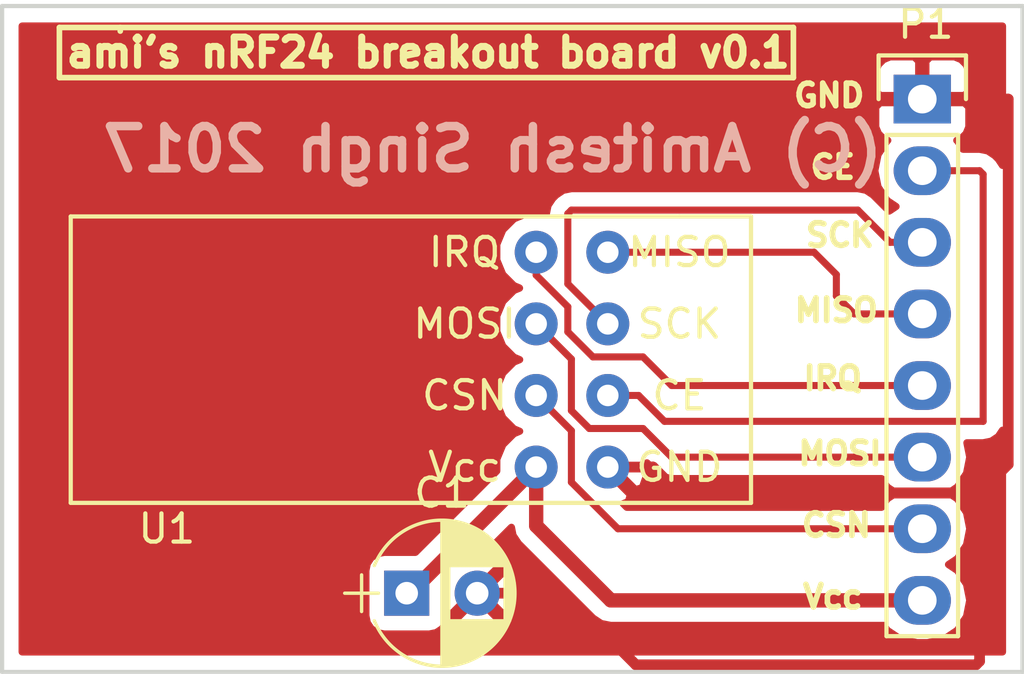
<source format=kicad_pcb>
(kicad_pcb (version 20160815) (host pcbnew "(2017-01-24 revision 0b6147e)-makepkg")

  (general
    (links 10)
    (no_connects 0)
    (area 122.225999 70.6705 160.048334 95.277001)
    (thickness 1.6)
    (drawings 20)
    (tracks 52)
    (zones 0)
    (modules 3)
    (nets 9)
  )

  (page A4)
  (title_block
    (title "nRF24 breakout")
    (date 2017-01-26)
    (rev 0.01)
    (company "Amitesh Singh")
    (comment 1 "breakout pcb")
  )

  (layers
    (0 F.Cu signal)
    (31 B.Cu signal)
    (32 B.Adhes user)
    (33 F.Adhes user)
    (34 B.Paste user)
    (35 F.Paste user)
    (36 B.SilkS user)
    (37 F.SilkS user)
    (38 B.Mask user)
    (39 F.Mask user)
    (40 Dwgs.User user)
    (41 Cmts.User user)
    (42 Eco1.User user)
    (43 Eco2.User user)
    (44 Edge.Cuts user)
    (45 Margin user)
    (46 B.CrtYd user)
    (47 F.CrtYd user)
    (48 B.Fab user)
    (49 F.Fab user)
  )

  (setup
    (last_trace_width 0.25)
    (user_trace_width 0.1524)
    (user_trace_width 0.254)
    (user_trace_width 0.381)
    (user_trace_width 0.508)
    (user_trace_width 0.8128)
    (trace_clearance 0.2)
    (zone_clearance 0.508)
    (zone_45_only no)
    (trace_min 0.1524)
    (segment_width 0.2)
    (edge_width 0.15)
    (via_size 0.8)
    (via_drill 0.4)
    (via_min_size 0.4)
    (via_min_drill 0.3)
    (user_via 0.4826 0.3302)
    (user_via 0.5 0.4)
    (user_via 1.905 0.3)
    (uvia_size 0.3)
    (uvia_drill 0.1)
    (uvias_allowed yes)
    (uvia_min_size 0.2)
    (uvia_min_drill 0.1)
    (pcb_text_width 0.3)
    (pcb_text_size 1.5 1.5)
    (mod_edge_width 0.15)
    (mod_text_size 1 1)
    (mod_text_width 0.15)
    (pad_size 1.524 1.524)
    (pad_drill 0.762)
    (pad_to_mask_clearance 0.2)
    (aux_axis_origin 0 0)
    (visible_elements 7FFFFFFF)
    (pcbplotparams
      (layerselection 0x010f0_ffffffff)
      (usegerberextensions true)
      (excludeedgelayer true)
      (linewidth 0.100000)
      (plotframeref false)
      (viasonmask false)
      (mode 1)
      (useauxorigin false)
      (hpglpennumber 1)
      (hpglpenspeed 20)
      (hpglpendiameter 15)
      (psnegative false)
      (psa4output false)
      (plotreference true)
      (plotvalue true)
      (plotinvisibletext false)
      (padsonsilk false)
      (subtractmaskfromsilk false)
      (outputformat 1)
      (mirror false)
      (drillshape 0)
      (scaleselection 1)
      (outputdirectory gerbers/))
  )

  (net 0 "")
  (net 1 "Net-(P1-Pad7)")
  (net 2 "Net-(P1-Pad6)")
  (net 3 "Net-(P1-Pad5)")
  (net 4 "Net-(P1-Pad4)")
  (net 5 "Net-(P1-Pad3)")
  (net 6 "Net-(P1-Pad2)")
  (net 7 "Net-(C1-Pad2)")
  (net 8 "Net-(C1-Pad1)")

  (net_class Default "This is the default net class."
    (clearance 0.2)
    (trace_width 0.25)
    (via_dia 0.8)
    (via_drill 0.4)
    (uvia_dia 0.3)
    (uvia_drill 0.1)
    (add_net "Net-(C1-Pad1)")
    (add_net "Net-(C1-Pad2)")
    (add_net "Net-(P1-Pad2)")
    (add_net "Net-(P1-Pad3)")
    (add_net "Net-(P1-Pad4)")
    (add_net "Net-(P1-Pad5)")
    (add_net "Net-(P1-Pad6)")
    (add_net "Net-(P1-Pad7)")
  )

  (module Capacitors_ThroughHole:CP_Radial_D5.0mm_P2.50mm (layer F.Cu) (tedit 5889A7B9) (tstamp 5889A3ED)
    (at 136.652 92.202)
    (descr "CP, Radial series, Radial, pin pitch=2.50mm, , diameter=5mm, Electrolytic Capacitor")
    (tags "CP Radial series Radial pin pitch 2.50mm  diameter 5mm Electrolytic Capacitor")
    (path /5889A11D)
    (fp_text reference C1 (at 1.25 -3.56) (layer F.SilkS)
      (effects (font (size 1 1) (thickness 0.15)))
    )
    (fp_text value 10uF (at -2.032 -2.54) (layer F.Fab)
      (effects (font (size 1 1) (thickness 0.15)))
    )
    (fp_arc (start 1.25 0) (end -1.147436 -0.98) (angle 135.5) (layer F.SilkS) (width 0.12))
    (fp_arc (start 1.25 0) (end -1.147436 0.98) (angle -135.5) (layer F.SilkS) (width 0.12))
    (fp_arc (start 1.25 0) (end 3.647436 -0.98) (angle 44.5) (layer F.SilkS) (width 0.12))
    (fp_circle (center 1.25 0) (end 3.75 0) (layer F.Fab) (width 0.1))
    (fp_line (start -2.2 0) (end -1 0) (layer F.Fab) (width 0.1))
    (fp_line (start -1.6 -0.65) (end -1.6 0.65) (layer F.Fab) (width 0.1))
    (fp_line (start 1.25 -2.55) (end 1.25 2.55) (layer F.SilkS) (width 0.12))
    (fp_line (start 1.29 -2.55) (end 1.29 2.55) (layer F.SilkS) (width 0.12))
    (fp_line (start 1.33 -2.549) (end 1.33 2.549) (layer F.SilkS) (width 0.12))
    (fp_line (start 1.37 -2.548) (end 1.37 2.548) (layer F.SilkS) (width 0.12))
    (fp_line (start 1.41 -2.546) (end 1.41 2.546) (layer F.SilkS) (width 0.12))
    (fp_line (start 1.45 -2.543) (end 1.45 2.543) (layer F.SilkS) (width 0.12))
    (fp_line (start 1.49 -2.539) (end 1.49 2.539) (layer F.SilkS) (width 0.12))
    (fp_line (start 1.53 -2.535) (end 1.53 -0.98) (layer F.SilkS) (width 0.12))
    (fp_line (start 1.53 0.98) (end 1.53 2.535) (layer F.SilkS) (width 0.12))
    (fp_line (start 1.57 -2.531) (end 1.57 -0.98) (layer F.SilkS) (width 0.12))
    (fp_line (start 1.57 0.98) (end 1.57 2.531) (layer F.SilkS) (width 0.12))
    (fp_line (start 1.61 -2.525) (end 1.61 -0.98) (layer F.SilkS) (width 0.12))
    (fp_line (start 1.61 0.98) (end 1.61 2.525) (layer F.SilkS) (width 0.12))
    (fp_line (start 1.65 -2.519) (end 1.65 -0.98) (layer F.SilkS) (width 0.12))
    (fp_line (start 1.65 0.98) (end 1.65 2.519) (layer F.SilkS) (width 0.12))
    (fp_line (start 1.69 -2.513) (end 1.69 -0.98) (layer F.SilkS) (width 0.12))
    (fp_line (start 1.69 0.98) (end 1.69 2.513) (layer F.SilkS) (width 0.12))
    (fp_line (start 1.73 -2.506) (end 1.73 -0.98) (layer F.SilkS) (width 0.12))
    (fp_line (start 1.73 0.98) (end 1.73 2.506) (layer F.SilkS) (width 0.12))
    (fp_line (start 1.77 -2.498) (end 1.77 -0.98) (layer F.SilkS) (width 0.12))
    (fp_line (start 1.77 0.98) (end 1.77 2.498) (layer F.SilkS) (width 0.12))
    (fp_line (start 1.81 -2.489) (end 1.81 -0.98) (layer F.SilkS) (width 0.12))
    (fp_line (start 1.81 0.98) (end 1.81 2.489) (layer F.SilkS) (width 0.12))
    (fp_line (start 1.85 -2.48) (end 1.85 -0.98) (layer F.SilkS) (width 0.12))
    (fp_line (start 1.85 0.98) (end 1.85 2.48) (layer F.SilkS) (width 0.12))
    (fp_line (start 1.89 -2.47) (end 1.89 -0.98) (layer F.SilkS) (width 0.12))
    (fp_line (start 1.89 0.98) (end 1.89 2.47) (layer F.SilkS) (width 0.12))
    (fp_line (start 1.93 -2.46) (end 1.93 -0.98) (layer F.SilkS) (width 0.12))
    (fp_line (start 1.93 0.98) (end 1.93 2.46) (layer F.SilkS) (width 0.12))
    (fp_line (start 1.971 -2.448) (end 1.971 -0.98) (layer F.SilkS) (width 0.12))
    (fp_line (start 1.971 0.98) (end 1.971 2.448) (layer F.SilkS) (width 0.12))
    (fp_line (start 2.011 -2.436) (end 2.011 -0.98) (layer F.SilkS) (width 0.12))
    (fp_line (start 2.011 0.98) (end 2.011 2.436) (layer F.SilkS) (width 0.12))
    (fp_line (start 2.051 -2.424) (end 2.051 -0.98) (layer F.SilkS) (width 0.12))
    (fp_line (start 2.051 0.98) (end 2.051 2.424) (layer F.SilkS) (width 0.12))
    (fp_line (start 2.091 -2.41) (end 2.091 -0.98) (layer F.SilkS) (width 0.12))
    (fp_line (start 2.091 0.98) (end 2.091 2.41) (layer F.SilkS) (width 0.12))
    (fp_line (start 2.131 -2.396) (end 2.131 -0.98) (layer F.SilkS) (width 0.12))
    (fp_line (start 2.131 0.98) (end 2.131 2.396) (layer F.SilkS) (width 0.12))
    (fp_line (start 2.171 -2.382) (end 2.171 -0.98) (layer F.SilkS) (width 0.12))
    (fp_line (start 2.171 0.98) (end 2.171 2.382) (layer F.SilkS) (width 0.12))
    (fp_line (start 2.211 -2.366) (end 2.211 -0.98) (layer F.SilkS) (width 0.12))
    (fp_line (start 2.211 0.98) (end 2.211 2.366) (layer F.SilkS) (width 0.12))
    (fp_line (start 2.251 -2.35) (end 2.251 -0.98) (layer F.SilkS) (width 0.12))
    (fp_line (start 2.251 0.98) (end 2.251 2.35) (layer F.SilkS) (width 0.12))
    (fp_line (start 2.291 -2.333) (end 2.291 -0.98) (layer F.SilkS) (width 0.12))
    (fp_line (start 2.291 0.98) (end 2.291 2.333) (layer F.SilkS) (width 0.12))
    (fp_line (start 2.331 -2.315) (end 2.331 -0.98) (layer F.SilkS) (width 0.12))
    (fp_line (start 2.331 0.98) (end 2.331 2.315) (layer F.SilkS) (width 0.12))
    (fp_line (start 2.371 -2.296) (end 2.371 -0.98) (layer F.SilkS) (width 0.12))
    (fp_line (start 2.371 0.98) (end 2.371 2.296) (layer F.SilkS) (width 0.12))
    (fp_line (start 2.411 -2.276) (end 2.411 -0.98) (layer F.SilkS) (width 0.12))
    (fp_line (start 2.411 0.98) (end 2.411 2.276) (layer F.SilkS) (width 0.12))
    (fp_line (start 2.451 -2.256) (end 2.451 -0.98) (layer F.SilkS) (width 0.12))
    (fp_line (start 2.451 0.98) (end 2.451 2.256) (layer F.SilkS) (width 0.12))
    (fp_line (start 2.491 -2.234) (end 2.491 -0.98) (layer F.SilkS) (width 0.12))
    (fp_line (start 2.491 0.98) (end 2.491 2.234) (layer F.SilkS) (width 0.12))
    (fp_line (start 2.531 -2.212) (end 2.531 -0.98) (layer F.SilkS) (width 0.12))
    (fp_line (start 2.531 0.98) (end 2.531 2.212) (layer F.SilkS) (width 0.12))
    (fp_line (start 2.571 -2.189) (end 2.571 -0.98) (layer F.SilkS) (width 0.12))
    (fp_line (start 2.571 0.98) (end 2.571 2.189) (layer F.SilkS) (width 0.12))
    (fp_line (start 2.611 -2.165) (end 2.611 -0.98) (layer F.SilkS) (width 0.12))
    (fp_line (start 2.611 0.98) (end 2.611 2.165) (layer F.SilkS) (width 0.12))
    (fp_line (start 2.651 -2.14) (end 2.651 -0.98) (layer F.SilkS) (width 0.12))
    (fp_line (start 2.651 0.98) (end 2.651 2.14) (layer F.SilkS) (width 0.12))
    (fp_line (start 2.691 -2.113) (end 2.691 -0.98) (layer F.SilkS) (width 0.12))
    (fp_line (start 2.691 0.98) (end 2.691 2.113) (layer F.SilkS) (width 0.12))
    (fp_line (start 2.731 -2.086) (end 2.731 -0.98) (layer F.SilkS) (width 0.12))
    (fp_line (start 2.731 0.98) (end 2.731 2.086) (layer F.SilkS) (width 0.12))
    (fp_line (start 2.771 -2.058) (end 2.771 -0.98) (layer F.SilkS) (width 0.12))
    (fp_line (start 2.771 0.98) (end 2.771 2.058) (layer F.SilkS) (width 0.12))
    (fp_line (start 2.811 -2.028) (end 2.811 -0.98) (layer F.SilkS) (width 0.12))
    (fp_line (start 2.811 0.98) (end 2.811 2.028) (layer F.SilkS) (width 0.12))
    (fp_line (start 2.851 -1.997) (end 2.851 -0.98) (layer F.SilkS) (width 0.12))
    (fp_line (start 2.851 0.98) (end 2.851 1.997) (layer F.SilkS) (width 0.12))
    (fp_line (start 2.891 -1.965) (end 2.891 -0.98) (layer F.SilkS) (width 0.12))
    (fp_line (start 2.891 0.98) (end 2.891 1.965) (layer F.SilkS) (width 0.12))
    (fp_line (start 2.931 -1.932) (end 2.931 -0.98) (layer F.SilkS) (width 0.12))
    (fp_line (start 2.931 0.98) (end 2.931 1.932) (layer F.SilkS) (width 0.12))
    (fp_line (start 2.971 -1.897) (end 2.971 -0.98) (layer F.SilkS) (width 0.12))
    (fp_line (start 2.971 0.98) (end 2.971 1.897) (layer F.SilkS) (width 0.12))
    (fp_line (start 3.011 -1.861) (end 3.011 -0.98) (layer F.SilkS) (width 0.12))
    (fp_line (start 3.011 0.98) (end 3.011 1.861) (layer F.SilkS) (width 0.12))
    (fp_line (start 3.051 -1.823) (end 3.051 -0.98) (layer F.SilkS) (width 0.12))
    (fp_line (start 3.051 0.98) (end 3.051 1.823) (layer F.SilkS) (width 0.12))
    (fp_line (start 3.091 -1.783) (end 3.091 -0.98) (layer F.SilkS) (width 0.12))
    (fp_line (start 3.091 0.98) (end 3.091 1.783) (layer F.SilkS) (width 0.12))
    (fp_line (start 3.131 -1.742) (end 3.131 -0.98) (layer F.SilkS) (width 0.12))
    (fp_line (start 3.131 0.98) (end 3.131 1.742) (layer F.SilkS) (width 0.12))
    (fp_line (start 3.171 -1.699) (end 3.171 -0.98) (layer F.SilkS) (width 0.12))
    (fp_line (start 3.171 0.98) (end 3.171 1.699) (layer F.SilkS) (width 0.12))
    (fp_line (start 3.211 -1.654) (end 3.211 -0.98) (layer F.SilkS) (width 0.12))
    (fp_line (start 3.211 0.98) (end 3.211 1.654) (layer F.SilkS) (width 0.12))
    (fp_line (start 3.251 -1.606) (end 3.251 -0.98) (layer F.SilkS) (width 0.12))
    (fp_line (start 3.251 0.98) (end 3.251 1.606) (layer F.SilkS) (width 0.12))
    (fp_line (start 3.291 -1.556) (end 3.291 -0.98) (layer F.SilkS) (width 0.12))
    (fp_line (start 3.291 0.98) (end 3.291 1.556) (layer F.SilkS) (width 0.12))
    (fp_line (start 3.331 -1.504) (end 3.331 -0.98) (layer F.SilkS) (width 0.12))
    (fp_line (start 3.331 0.98) (end 3.331 1.504) (layer F.SilkS) (width 0.12))
    (fp_line (start 3.371 -1.448) (end 3.371 -0.98) (layer F.SilkS) (width 0.12))
    (fp_line (start 3.371 0.98) (end 3.371 1.448) (layer F.SilkS) (width 0.12))
    (fp_line (start 3.411 -1.39) (end 3.411 -0.98) (layer F.SilkS) (width 0.12))
    (fp_line (start 3.411 0.98) (end 3.411 1.39) (layer F.SilkS) (width 0.12))
    (fp_line (start 3.451 -1.327) (end 3.451 -0.98) (layer F.SilkS) (width 0.12))
    (fp_line (start 3.451 0.98) (end 3.451 1.327) (layer F.SilkS) (width 0.12))
    (fp_line (start 3.491 -1.261) (end 3.491 1.261) (layer F.SilkS) (width 0.12))
    (fp_line (start 3.531 -1.189) (end 3.531 1.189) (layer F.SilkS) (width 0.12))
    (fp_line (start 3.571 -1.112) (end 3.571 1.112) (layer F.SilkS) (width 0.12))
    (fp_line (start 3.611 -1.028) (end 3.611 1.028) (layer F.SilkS) (width 0.12))
    (fp_line (start 3.651 -0.934) (end 3.651 0.934) (layer F.SilkS) (width 0.12))
    (fp_line (start 3.691 -0.829) (end 3.691 0.829) (layer F.SilkS) (width 0.12))
    (fp_line (start 3.731 -0.707) (end 3.731 0.707) (layer F.SilkS) (width 0.12))
    (fp_line (start 3.771 -0.559) (end 3.771 0.559) (layer F.SilkS) (width 0.12))
    (fp_line (start 3.811 -0.354) (end 3.811 0.354) (layer F.SilkS) (width 0.12))
    (fp_line (start -2.2 0) (end -1 0) (layer F.SilkS) (width 0.12))
    (fp_line (start -1.6 -0.65) (end -1.6 0.65) (layer F.SilkS) (width 0.12))
    (fp_line (start -1.6 -2.85) (end -1.6 2.85) (layer F.CrtYd) (width 0.05))
    (fp_line (start -1.6 2.85) (end 4.1 2.85) (layer F.CrtYd) (width 0.05))
    (fp_line (start 4.1 2.85) (end 4.1 -2.85) (layer F.CrtYd) (width 0.05))
    (fp_line (start 4.1 -2.85) (end -1.6 -2.85) (layer F.CrtYd) (width 0.05))
    (pad 1 thru_hole rect (at 0 0) (size 1.6 1.6) (drill 0.8) (layers *.Cu *.Mask)
      (net 8 "Net-(C1-Pad1)"))
    (pad 2 thru_hole circle (at 2.5 0) (size 1.6 1.6) (drill 0.8) (layers *.Cu *.Mask)
      (net 7 "Net-(C1-Pad2)"))
    (model Capacitors_ThroughHole.3dshapes/CP_Radial_D5.0mm_P2.50mm.wrl
      (at (xyz 0 0 0))
      (scale (xyz 0.393701 0.393701 0.393701))
      (rotate (xyz 0 0 0))
    )
  )

  (module Socket_Strips:Socket_Strip_Straight_1x08 (layer F.Cu) (tedit 58899AB5) (tstamp 588996C6)
    (at 154.94 74.676 270)
    (descr "Through hole socket strip")
    (tags "socket strip")
    (path /58897F0F)
    (fp_text reference P1 (at -2.667 -0.127) (layer F.SilkS)
      (effects (font (size 1 1) (thickness 0.15)))
    )
    (fp_text value CONN_01X08 (at -3.048 0) (layer F.Fab) hide
      (effects (font (size 1 1) (thickness 0.15)))
    )
    (fp_line (start -1.55 -1.55) (end -1.55 1.55) (layer F.SilkS) (width 0.15))
    (fp_line (start 0 -1.55) (end -1.55 -1.55) (layer F.SilkS) (width 0.15))
    (fp_line (start 1.27 1.27) (end 1.27 -1.27) (layer F.SilkS) (width 0.15))
    (fp_line (start -1.55 1.55) (end 0 1.55) (layer F.SilkS) (width 0.15))
    (fp_line (start 19.05 -1.27) (end 1.27 -1.27) (layer F.SilkS) (width 0.15))
    (fp_line (start 19.05 1.27) (end 19.05 -1.27) (layer F.SilkS) (width 0.15))
    (fp_line (start 1.27 1.27) (end 19.05 1.27) (layer F.SilkS) (width 0.15))
    (fp_line (start -1.75 1.75) (end 19.55 1.75) (layer F.CrtYd) (width 0.05))
    (fp_line (start -1.75 -1.75) (end 19.55 -1.75) (layer F.CrtYd) (width 0.05))
    (fp_line (start 19.55 -1.75) (end 19.55 1.75) (layer F.CrtYd) (width 0.05))
    (fp_line (start -1.75 -1.75) (end -1.75 1.75) (layer F.CrtYd) (width 0.05))
    (pad 8 thru_hole oval (at 17.78 0 270) (size 1.7272 2.032) (drill 1.016) (layers *.Cu *.Mask)
      (net 8 "Net-(C1-Pad1)"))
    (pad 7 thru_hole oval (at 15.24 0 270) (size 1.7272 2.032) (drill 1.016) (layers *.Cu *.Mask)
      (net 1 "Net-(P1-Pad7)"))
    (pad 6 thru_hole oval (at 12.7 0 270) (size 1.7272 2.032) (drill 1.016) (layers *.Cu *.Mask)
      (net 2 "Net-(P1-Pad6)"))
    (pad 5 thru_hole oval (at 10.16 0 270) (size 1.7272 2.032) (drill 1.016) (layers *.Cu *.Mask)
      (net 3 "Net-(P1-Pad5)"))
    (pad 4 thru_hole oval (at 7.62 0 270) (size 1.7272 2.032) (drill 1.016) (layers *.Cu *.Mask)
      (net 4 "Net-(P1-Pad4)"))
    (pad 3 thru_hole oval (at 5.08 0 270) (size 1.7272 2.032) (drill 1.016) (layers *.Cu *.Mask)
      (net 5 "Net-(P1-Pad3)"))
    (pad 2 thru_hole oval (at 2.54 0 270) (size 1.7272 2.032) (drill 1.016) (layers *.Cu *.Mask)
      (net 6 "Net-(P1-Pad2)"))
    (pad 1 thru_hole rect (at 0 0 270) (size 1.7272 2.032) (drill 1.016) (layers *.Cu *.Mask)
      (net 7 "Net-(C1-Pad2)"))
    (model Socket_Strips.3dshapes/Socket_Strip_Straight_1x08.wrl
      (at (xyz 0.35 0 0))
      (scale (xyz 1 1 1))
      (rotate (xyz 0 0 180))
    )
  )

  (module nRF24_footprints:nRF24 (layer F.Cu) (tedit 5889A7C2) (tstamp 588996DF)
    (at 133.625001 77.568)
    (path /5889867E)
    (fp_text reference U1 (at -5.482001 12.348) (layer F.SilkS)
      (effects (font (size 1 1) (thickness 0.15)))
    )
    (fp_text value nRF24 (at -5.08 6.35) (layer F.Fab)
      (effects (font (size 1 1) (thickness 0.15)))
    )
    (fp_line (start -8.89 1.27) (end -8.89 11.43) (layer F.SilkS) (width 0.15))
    (fp_line (start 12.7 1.27) (end -8.89 1.27) (layer F.SilkS) (width 0.15))
    (fp_text user GND (at 12.7 10.16) (layer F.SilkS)
      (effects (font (size 1 1) (thickness 0.15)))
    )
    (fp_text user CE (at 12.7 7.62) (layer F.SilkS)
      (effects (font (size 1 1) (thickness 0.15)))
    )
    (fp_text user MISO (at 12.7 2.54) (layer F.SilkS)
      (effects (font (size 1 1) (thickness 0.15)))
    )
    (fp_text user SCK (at 12.7 5.08) (layer F.SilkS)
      (effects (font (size 1 1) (thickness 0.15)))
    )
    (fp_text user Vcc (at 5.08 10.16) (layer F.SilkS)
      (effects (font (size 1 1) (thickness 0.15)))
    )
    (fp_text user CSN (at 5.08 7.62) (layer F.SilkS)
      (effects (font (size 1 1) (thickness 0.15)))
    )
    (fp_text user MOSI (at 5.08 5.08) (layer F.SilkS)
      (effects (font (size 1 1) (thickness 0.15)))
    )
    (fp_text user IRQ (at 5.08 2.54) (layer F.SilkS)
      (effects (font (size 1 1) (thickness 0.15)))
    )
    (fp_line (start 15.24 1.27) (end 12.7 1.27) (layer F.SilkS) (width 0.15))
    (fp_line (start 15.24 11.43) (end 15.24 1.27) (layer F.SilkS) (width 0.15))
    (fp_line (start -8.89 11.43) (end 15.24 11.43) (layer F.SilkS) (width 0.15))
    (pad 7 thru_hole circle (at 7.62 10.16) (size 1.524 1.524) (drill 0.762) (layers *.Cu *.Mask)
      (net 8 "Net-(C1-Pad1)"))
    (pad 6 thru_hole circle (at 7.62 7.62) (size 1.524 1.524) (drill 0.762) (layers *.Cu *.Mask)
      (net 1 "Net-(P1-Pad7)"))
    (pad 5 thru_hole circle (at 7.62 5.08) (size 1.524 1.524) (drill 0.762) (layers *.Cu *.Mask)
      (net 2 "Net-(P1-Pad6)"))
    (pad 4 thru_hole circle (at 7.62 2.54) (size 1.524 1.524) (drill 0.762) (layers *.Cu *.Mask)
      (net 3 "Net-(P1-Pad5)"))
    (pad 3 thru_hole circle (at 10.16 2.54) (size 1.524 1.524) (drill 0.762) (layers *.Cu *.Mask)
      (net 4 "Net-(P1-Pad4)"))
    (pad 2 thru_hole circle (at 10.16 5.08) (size 1.524 1.524) (drill 0.762) (layers *.Cu *.Mask)
      (net 5 "Net-(P1-Pad3)"))
    (pad 1 thru_hole circle (at 10.16 7.62) (size 1.524 1.524) (drill 0.762) (layers *.Cu *.Mask)
      (net 6 "Net-(P1-Pad2)"))
    (pad 0 thru_hole circle (at 10.16 10.16) (size 1.524 1.524) (drill 0.762) (layers *.Cu *.Mask)
      (net 7 "Net-(C1-Pad2)"))
  )

  (gr_line (start 158.496 71.374) (end 158.369 71.374) (angle 90) (layer Edge.Cuts) (width 0.15))
  (gr_line (start 158.496 94.996) (end 158.496 71.374) (angle 90) (layer Edge.Cuts) (width 0.15))
  (gr_line (start 122.301 94.996) (end 158.496 94.996) (angle 90) (layer Edge.Cuts) (width 0.15))
  (gr_line (start 122.301 71.374) (end 122.301 94.996) (angle 90) (layer Edge.Cuts) (width 0.15))
  (gr_line (start 158.369 71.374) (end 122.301 71.374) (angle 90) (layer Edge.Cuts) (width 0.15))
  (gr_text "(C) Amitesh Singh 2017" (at 139.7 76.454) (layer B.SilkS)
    (effects (font (size 1.5 1.5) (thickness 0.3)) (justify mirror))
  )
  (gr_line (start 150.368 72.136) (end 124.333 72.136) (angle 90) (layer F.SilkS) (width 0.2))
  (gr_line (start 150.368 73.914) (end 150.368 72.136) (angle 90) (layer F.SilkS) (width 0.2))
  (gr_line (start 124.333 73.914) (end 150.368 73.914) (angle 90) (layer F.SilkS) (width 0.2))
  (gr_line (start 124.333 72.136) (end 124.333 73.914) (angle 90) (layer F.SilkS) (width 0.2))
  (gr_line (start 126.492 72.136) (end 126.492 72.263) (angle 90) (layer F.SilkS) (width 0.2))
  (gr_text "ami's nRF24 breakout board v0.1" (at 137.414 73.025) (layer F.SilkS)
    (effects (font (size 1 1) (thickness 0.25)))
  )
  (gr_text GND (at 151.638 74.549) (layer F.SilkS) (tstamp 58899B92)
    (effects (font (size 0.8 0.8) (thickness 0.2)))
  )
  (gr_text CE (at 151.765 77.089) (layer F.SilkS) (tstamp 58899B8F)
    (effects (font (size 0.8 0.8) (thickness 0.2)))
  )
  (gr_text SCK (at 152.019 79.502) (layer F.SilkS) (tstamp 58899B8A)
    (effects (font (size 0.8 0.8) (thickness 0.2)))
  )
  (gr_text MISO (at 151.892 82.169) (layer F.SilkS) (tstamp 58899B86)
    (effects (font (size 0.8 0.8) (thickness 0.2)))
  )
  (gr_text IRQ (at 151.765 84.582) (layer F.SilkS) (tstamp 58899B80)
    (effects (font (size 0.8 0.8) (thickness 0.2)))
  )
  (gr_text MOSI (at 152.019 87.249) (layer F.SilkS) (tstamp 58899B7B)
    (effects (font (size 0.8 0.8) (thickness 0.2)))
  )
  (gr_text CSN (at 151.892 89.789) (layer F.SilkS) (tstamp 58899B75)
    (effects (font (size 0.8 0.8) (thickness 0.2)))
  )
  (gr_text Vcc (at 151.765 92.329) (layer F.SilkS)
    (effects (font (size 0.8 0.8) (thickness 0.2)))
  )

  (segment (start 154.94 89.916) (end 144.145 89.916) (width 0.25) (layer F.Cu) (net 1))
  (segment (start 142.494 86.436999) (end 141.245001 85.188) (width 0.25) (layer F.Cu) (net 1) (tstamp 58899966))
  (segment (start 142.494 88.265) (end 142.494 86.436999) (width 0.25) (layer F.Cu) (net 1) (tstamp 58899964))
  (segment (start 144.145 89.916) (end 142.494 88.265) (width 0.25) (layer F.Cu) (net 1) (tstamp 58899962))
  (segment (start 154.94 87.376) (end 146.05 87.376) (width 0.25) (layer F.Cu) (net 2))
  (segment (start 142.494 83.896999) (end 141.245001 82.648) (width 0.25) (layer F.Cu) (net 2) (tstamp 5889996F))
  (segment (start 142.494 85.725) (end 142.494 83.896999) (width 0.25) (layer F.Cu) (net 2) (tstamp 5889996E))
  (segment (start 143.129 86.36) (end 142.494 85.725) (width 0.25) (layer F.Cu) (net 2) (tstamp 5889996D))
  (segment (start 145.034 86.36) (end 143.129 86.36) (width 0.25) (layer F.Cu) (net 2) (tstamp 5889996B))
  (segment (start 146.05 87.376) (end 145.034 86.36) (width 0.25) (layer F.Cu) (net 2) (tstamp 5889996A))
  (segment (start 154.94 84.836) (end 146.05 84.836) (width 0.25) (layer F.Cu) (net 3))
  (segment (start 141.245001 80.920001) (end 141.245001 80.108) (width 0.25) (layer F.Cu) (net 3) (tstamp 58899979))
  (segment (start 142.367 82.042) (end 141.245001 80.920001) (width 0.25) (layer F.Cu) (net 3) (tstamp 58899978))
  (segment (start 142.367 82.931) (end 142.367 82.042) (width 0.25) (layer F.Cu) (net 3) (tstamp 58899977))
  (segment (start 143.256 83.82) (end 142.367 82.931) (width 0.25) (layer F.Cu) (net 3) (tstamp 58899976))
  (segment (start 145.034 83.82) (end 143.256 83.82) (width 0.25) (layer F.Cu) (net 3) (tstamp 58899974))
  (segment (start 146.05 84.836) (end 145.034 83.82) (width 0.25) (layer F.Cu) (net 3) (tstamp 58899973))
  (segment (start 154.94 82.296) (end 152.527 82.296) (width 0.25) (layer F.Cu) (net 4))
  (segment (start 151.101 80.108) (end 143.785001 80.108) (width 0.25) (layer F.Cu) (net 4) (tstamp 5889984A))
  (segment (start 151.892 80.899) (end 151.101 80.108) (width 0.25) (layer F.Cu) (net 4) (tstamp 58899849))
  (segment (start 151.892 81.661) (end 151.892 80.899) (width 0.25) (layer F.Cu) (net 4) (tstamp 58899848))
  (segment (start 152.527 82.296) (end 151.892 81.661) (width 0.25) (layer F.Cu) (net 4) (tstamp 58899847))
  (segment (start 154.94 79.756) (end 153.797 79.756) (width 0.25) (layer F.Cu) (net 5))
  (segment (start 142.367 81.229999) (end 143.785001 82.648) (width 0.25) (layer F.Cu) (net 5) (tstamp 58899944))
  (segment (start 142.367 78.74) (end 142.367 81.229999) (width 0.25) (layer F.Cu) (net 5) (tstamp 58899943))
  (segment (start 142.494 78.613) (end 142.367 78.74) (width 0.25) (layer F.Cu) (net 5) (tstamp 58899942))
  (segment (start 152.654 78.613) (end 142.494 78.613) (width 0.25) (layer F.Cu) (net 5) (tstamp 58899940))
  (segment (start 153.797 79.756) (end 152.654 78.613) (width 0.25) (layer F.Cu) (net 5) (tstamp 5889993E))
  (segment (start 154.94 77.216) (end 156.972 77.216) (width 0.25) (layer F.Cu) (net 6))
  (segment (start 144.878 85.188) (end 143.785001 85.188) (width 0.25) (layer F.Cu) (net 6) (tstamp 5889ECB1))
  (segment (start 145.796 86.106) (end 144.878 85.188) (width 0.25) (layer F.Cu) (net 6) (tstamp 5889ECA8))
  (segment (start 157.099 86.106) (end 145.796 86.106) (width 0.25) (layer F.Cu) (net 6) (tstamp 5889ECA6))
  (segment (start 157.099 77.343) (end 157.099 86.106) (width 0.25) (layer F.Cu) (net 6) (tstamp 5889EC99))
  (segment (start 156.972 77.216) (end 157.099 77.343) (width 0.25) (layer F.Cu) (net 6) (tstamp 5889EC93))
  (segment (start 139.152 92.202) (end 142.24 92.202) (width 0.381) (layer F.Cu) (net 7))
  (segment (start 142.24 92.202) (end 144.78 94.742) (width 0.381) (layer F.Cu) (net 7) (tstamp 5889A916))
  (segment (start 144.78 94.742) (end 156.845 94.742) (width 0.381) (layer F.Cu) (net 7) (tstamp 5889A922))
  (segment (start 156.845 94.742) (end 156.972 94.615) (width 0.381) (layer F.Cu) (net 7) (tstamp 5889A92A))
  (segment (start 156.972 94.615) (end 156.972 88.646) (width 0.381) (layer F.Cu) (net 7) (tstamp 5889A92B))
  (segment (start 157.988 74.676) (end 154.94 74.676) (width 0.381) (layer F.Cu) (net 7) (tstamp 5889EC74))
  (segment (start 157.988 87.63) (end 157.988 74.676) (width 0.381) (layer F.Cu) (net 7) (tstamp 5889EC6B))
  (segment (start 146.304 88.646) (end 156.972 88.646) (width 0.381) (layer F.Cu) (net 7) (tstamp 5889EC68))
  (segment (start 156.972 88.646) (end 146.304 88.646) (width 0.381) (layer F.Cu) (net 7))
  (segment (start 145.386 87.728) (end 146.304 88.646) (width 0.381) (layer F.Cu) (net 7) (tstamp 5889EC5F))
  (segment (start 143.785001 87.728) (end 145.386 87.728) (width 0.381) (layer F.Cu) (net 7))
  (segment (start 146.304 88.646) (end 145.386 87.728) (width 0.381) (layer F.Cu) (net 7) (tstamp 5889D4F5))
  (segment (start 156.972 88.646) (end 157.988 87.63) (width 0.381) (layer F.Cu) (net 7) (tstamp 5889EC6A))
  (segment (start 136.652 92.202) (end 136.771001 92.202) (width 0.25) (layer F.Cu) (net 8))
  (segment (start 136.771001 92.202) (end 141.245001 87.728) (width 0.508) (layer F.Cu) (net 8) (tstamp 5889A93C))
  (segment (start 154.94 92.456) (end 143.891 92.456) (width 0.508) (layer F.Cu) (net 8))
  (segment (start 143.891 92.456) (end 141.245001 89.810001) (width 0.508) (layer F.Cu) (net 8) (tstamp 58899A4C))
  (segment (start 141.245001 89.810001) (end 141.245001 87.728) (width 0.508) (layer F.Cu) (net 8) (tstamp 58899A58))

  (zone (net 7) (net_name "Net-(C1-Pad2)") (layer F.Cu) (tstamp 588A04AB) (hatch edge 0.508)
    (connect_pads (clearance 0.508))
    (min_thickness 0.254)
    (fill yes (arc_segments 16) (thermal_gap 0.508) (thermal_bridge_width 0.508))
    (polygon
      (pts
        (xy 158.242 94.742) (xy 122.428 94.742) (xy 122.428 71.628) (xy 158.242 71.501)
      )
    )
    (filled_polygon
      (pts
        (xy 157.786 77.02949) (xy 157.636401 76.805599) (xy 157.509401 76.678599) (xy 157.262839 76.513852) (xy 156.972 76.456)
        (xy 156.384648 76.456) (xy 156.184415 76.15633) (xy 156.16222 76.1415) (xy 156.315699 76.077927) (xy 156.494327 75.899298)
        (xy 156.591 75.665909) (xy 156.591 74.96175) (xy 156.43225 74.803) (xy 155.067 74.803) (xy 155.067 74.823)
        (xy 154.813 74.823) (xy 154.813 74.803) (xy 153.44775 74.803) (xy 153.289 74.96175) (xy 153.289 75.665909)
        (xy 153.385673 75.899298) (xy 153.564301 76.077927) (xy 153.71778 76.1415) (xy 153.695585 76.15633) (xy 153.370729 76.642511)
        (xy 153.256655 77.216) (xy 153.370729 77.789489) (xy 153.695585 78.27567) (xy 154.010366 78.486) (xy 153.76545 78.649648)
        (xy 153.191401 78.075599) (xy 152.944839 77.910852) (xy 152.654 77.853) (xy 142.494 77.853) (xy 142.203161 77.910852)
        (xy 141.956599 78.075599) (xy 141.829599 78.202599) (xy 141.664852 78.449161) (xy 141.607 78.74) (xy 141.607 78.745666)
        (xy 141.524101 78.711243) (xy 140.96834 78.710758) (xy 140.454698 78.92299) (xy 140.061372 79.31563) (xy 139.848244 79.8289)
        (xy 139.847759 80.384661) (xy 140.059991 80.898303) (xy 140.452631 81.291629) (xy 140.652207 81.3745) (xy 140.65581 81.379892)
        (xy 140.454698 81.46299) (xy 140.061372 81.85563) (xy 139.848244 82.3689) (xy 139.847759 82.924661) (xy 140.059991 83.438303)
        (xy 140.452631 83.831629) (xy 140.660513 83.917949) (xy 140.454698 84.00299) (xy 140.061372 84.39563) (xy 139.848244 84.9089)
        (xy 139.847759 85.464661) (xy 140.059991 85.978303) (xy 140.452631 86.371629) (xy 140.660513 86.457949) (xy 140.454698 86.54299)
        (xy 140.061372 86.93563) (xy 139.848244 87.4489) (xy 139.847878 87.867887) (xy 136.961205 90.75456) (xy 135.852 90.75456)
        (xy 135.604235 90.803843) (xy 135.394191 90.944191) (xy 135.253843 91.154235) (xy 135.20456 91.402) (xy 135.20456 93.002)
        (xy 135.253843 93.249765) (xy 135.394191 93.459809) (xy 135.604235 93.600157) (xy 135.852 93.64944) (xy 137.452 93.64944)
        (xy 137.699765 93.600157) (xy 137.909809 93.459809) (xy 138.050157 93.249765) (xy 138.058117 93.209745) (xy 138.323861 93.209745)
        (xy 138.397995 93.455864) (xy 138.935223 93.648965) (xy 139.505454 93.621778) (xy 139.906005 93.455864) (xy 139.980139 93.209745)
        (xy 139.152 92.381605) (xy 138.323861 93.209745) (xy 138.058117 93.209745) (xy 138.096693 93.015813) (xy 138.144255 93.030139)
        (xy 138.972395 92.202) (xy 139.331605 92.202) (xy 140.159745 93.030139) (xy 140.405864 92.956005) (xy 140.598965 92.418777)
        (xy 140.571778 91.848546) (xy 140.405864 91.447995) (xy 140.159745 91.373861) (xy 139.331605 92.202) (xy 138.972395 92.202)
        (xy 138.958253 92.187858) (xy 139.137858 92.008253) (xy 139.152 92.022395) (xy 139.980139 91.194255) (xy 139.906005 90.948136)
        (xy 139.447063 90.783174) (xy 140.366658 89.863579) (xy 140.423672 90.150207) (xy 140.616383 90.438619) (xy 143.262382 93.084618)
        (xy 143.550795 93.27733) (xy 143.891 93.345) (xy 153.581547 93.345) (xy 153.695585 93.51567) (xy 154.181766 93.840526)
        (xy 154.755255 93.9546) (xy 155.124745 93.9546) (xy 155.698234 93.840526) (xy 156.184415 93.51567) (xy 156.509271 93.029489)
        (xy 156.623345 92.456) (xy 156.509271 91.882511) (xy 156.184415 91.39633) (xy 155.869634 91.186) (xy 156.184415 90.97567)
        (xy 156.509271 90.489489) (xy 156.623345 89.916) (xy 156.509271 89.342511) (xy 156.184415 88.85633) (xy 155.869634 88.646)
        (xy 156.184415 88.43567) (xy 156.509271 87.949489) (xy 156.623345 87.376) (xy 156.5219 86.866) (xy 157.099 86.866)
        (xy 157.389839 86.808148) (xy 157.636401 86.643401) (xy 157.786 86.41951) (xy 157.786 94.286) (xy 123.011 94.286)
        (xy 123.011 73.686091) (xy 153.289 73.686091) (xy 153.289 74.39025) (xy 153.44775 74.549) (xy 154.813 74.549)
        (xy 154.813 73.33615) (xy 155.067 73.33615) (xy 155.067 74.549) (xy 156.43225 74.549) (xy 156.591 74.39025)
        (xy 156.591 73.686091) (xy 156.494327 73.452702) (xy 156.315699 73.274073) (xy 156.08231 73.1774) (xy 155.22575 73.1774)
        (xy 155.067 73.33615) (xy 154.813 73.33615) (xy 154.65425 73.1774) (xy 153.79769 73.1774) (xy 153.564301 73.274073)
        (xy 153.385673 73.452702) (xy 153.289 73.686091) (xy 123.011 73.686091) (xy 123.011 72.084) (xy 157.786 72.084)
      )
    )
    (filled_polygon
      (pts
        (xy 143.978749 87.713858) (xy 143.964606 87.728) (xy 144.765214 88.528608) (xy 145.007398 88.459143) (xy 145.194145 87.935698)
        (xy 145.176191 87.576993) (xy 145.512599 87.913401) (xy 145.759161 88.078148) (xy 146.05 88.136) (xy 153.495352 88.136)
        (xy 153.695585 88.43567) (xy 154.010366 88.646) (xy 153.695585 88.85633) (xy 153.495352 89.156) (xy 144.459802 89.156)
        (xy 144.330921 89.027119) (xy 144.516144 88.950397) (xy 144.585609 88.708213) (xy 143.785001 87.907605) (xy 143.770859 87.921748)
        (xy 143.591254 87.742143) (xy 143.605396 87.728) (xy 143.591254 87.713858) (xy 143.770859 87.534253) (xy 143.785001 87.548395)
        (xy 143.799144 87.534253)
      )
    )
  )
)

</source>
